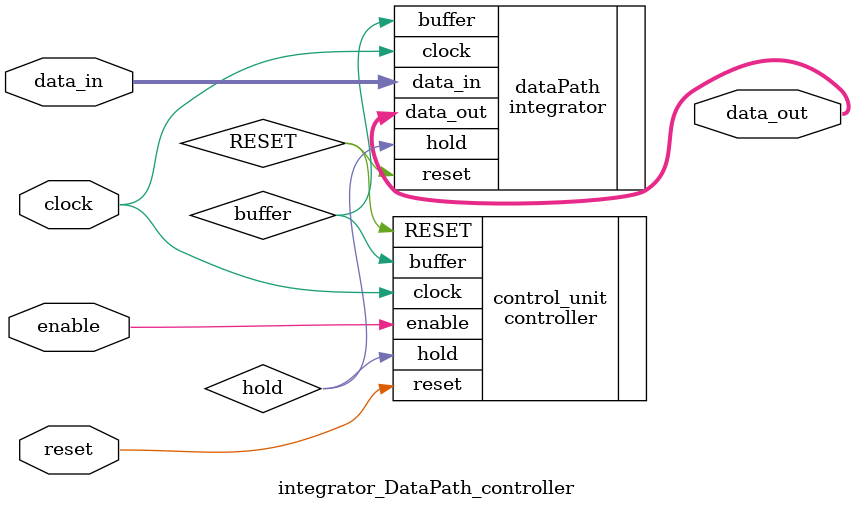
<source format=v>
/*--------------------------------------------------------------------------
The top module, if enable, should accumulate sets of 4 consecutive samples.
if the module is not enable, it should just hold the last value it has 
reached. If the module is reset it will output zero.

After the hold is removed the controller will load a new sample as the first 
value in the 4 samples to accumulate.
----------------------------------------------------------------------------*/

module integrator_DataPath_controller #(parameter word_size = 3) (
		output		[word_size+1:0] data_out,
		input 		[word_size-1:0] data_in,
		input						clock, reset, enable);
		
wire hold, buffer, RESET;

//instantiation of the dataPath module
integrator dataPath (
					 .data_out (data_out),			//output port
					 .data_in  (data_in),			//input port
					 .hold	   (hold),				//internal input
					 .clock    (clock),				//input port 
					 .reset    (RESET),             //input reset
					 .buffer   (buffer)             //internal input
					 );
					 
controller control_unit (
						 .hold     (hold),			 //internal output
						 .buffer   (buffer),		 //internal output
						 .RESET    (RESET),			 //internal output
						 .enable   (enable),		 //input port
						 .clock    (clock),          //input port
						 .reset    (reset)           //input port
						 );
endmodule
</source>
